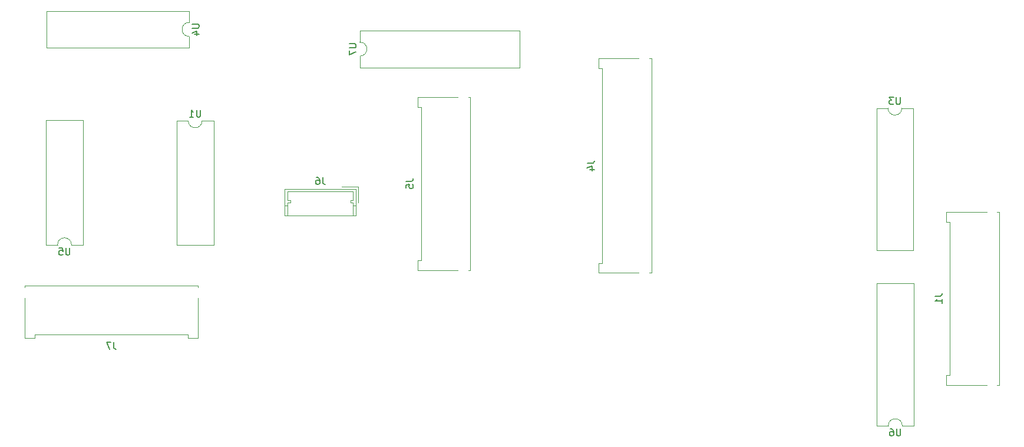
<source format=gbr>
%TF.GenerationSoftware,KiCad,Pcbnew,(6.0.9)*%
%TF.CreationDate,2022-12-05T20:20:54+01:00*%
%TF.ProjectId,projekt,70726f6a-656b-4742-9e6b-696361645f70,rev?*%
%TF.SameCoordinates,Original*%
%TF.FileFunction,Legend,Bot*%
%TF.FilePolarity,Positive*%
%FSLAX46Y46*%
G04 Gerber Fmt 4.6, Leading zero omitted, Abs format (unit mm)*
G04 Created by KiCad (PCBNEW (6.0.9)) date 2022-12-05 20:20:54*
%MOMM*%
%LPD*%
G01*
G04 APERTURE LIST*
%ADD10C,0.150000*%
%ADD11C,0.120000*%
G04 APERTURE END LIST*
D10*
%TO.C,U7*%
X71417380Y-43027695D02*
X72226904Y-43027695D01*
X72322142Y-43075314D01*
X72369761Y-43122933D01*
X72417380Y-43218171D01*
X72417380Y-43408647D01*
X72369761Y-43503885D01*
X72322142Y-43551504D01*
X72226904Y-43599123D01*
X71417380Y-43599123D01*
X71417380Y-43980076D02*
X71417380Y-44646742D01*
X72417380Y-44218171D01*
%TO.C,U1*%
X50053304Y-52540180D02*
X50053304Y-53349704D01*
X50005685Y-53444942D01*
X49958066Y-53492561D01*
X49862828Y-53540180D01*
X49672352Y-53540180D01*
X49577114Y-53492561D01*
X49529495Y-53444942D01*
X49481876Y-53349704D01*
X49481876Y-52540180D01*
X48481876Y-53540180D02*
X49053304Y-53540180D01*
X48767590Y-53540180D02*
X48767590Y-52540180D01*
X48862828Y-52683038D01*
X48958066Y-52778276D01*
X49053304Y-52825895D01*
%TO.C,U6*%
X150657304Y-98388980D02*
X150657304Y-99198504D01*
X150609685Y-99293742D01*
X150562066Y-99341361D01*
X150466828Y-99388980D01*
X150276352Y-99388980D01*
X150181114Y-99341361D01*
X150133495Y-99293742D01*
X150085876Y-99198504D01*
X150085876Y-98388980D01*
X149181114Y-98388980D02*
X149371590Y-98388980D01*
X149466828Y-98436600D01*
X149514447Y-98484219D01*
X149609685Y-98627076D01*
X149657304Y-98817552D01*
X149657304Y-99198504D01*
X149609685Y-99293742D01*
X149562066Y-99341361D01*
X149466828Y-99388980D01*
X149276352Y-99388980D01*
X149181114Y-99341361D01*
X149133495Y-99293742D01*
X149085876Y-99198504D01*
X149085876Y-98960409D01*
X149133495Y-98865171D01*
X149181114Y-98817552D01*
X149276352Y-98769933D01*
X149466828Y-98769933D01*
X149562066Y-98817552D01*
X149609685Y-98865171D01*
X149657304Y-98960409D01*
%TO.C,J6*%
X67615133Y-62233580D02*
X67615133Y-62947866D01*
X67662752Y-63090723D01*
X67757990Y-63185961D01*
X67900847Y-63233580D01*
X67996085Y-63233580D01*
X66710371Y-62233580D02*
X66900847Y-62233580D01*
X66996085Y-62281200D01*
X67043704Y-62328819D01*
X67138942Y-62471676D01*
X67186561Y-62662152D01*
X67186561Y-63043104D01*
X67138942Y-63138342D01*
X67091323Y-63185961D01*
X66996085Y-63233580D01*
X66805609Y-63233580D01*
X66710371Y-63185961D01*
X66662752Y-63138342D01*
X66615133Y-63043104D01*
X66615133Y-62805009D01*
X66662752Y-62709771D01*
X66710371Y-62662152D01*
X66805609Y-62614533D01*
X66996085Y-62614533D01*
X67091323Y-62662152D01*
X67138942Y-62709771D01*
X67186561Y-62805009D01*
%TO.C,J4*%
X105662380Y-60200666D02*
X106376666Y-60200666D01*
X106519523Y-60153047D01*
X106614761Y-60057809D01*
X106662380Y-59914952D01*
X106662380Y-59819714D01*
X105995714Y-61105428D02*
X106662380Y-61105428D01*
X105614761Y-60867333D02*
X106329047Y-60629238D01*
X106329047Y-61248285D01*
%TO.C,J5*%
X79622380Y-62800666D02*
X80336666Y-62800666D01*
X80479523Y-62753047D01*
X80574761Y-62657809D01*
X80622380Y-62514952D01*
X80622380Y-62419714D01*
X79622380Y-63753047D02*
X79622380Y-63276857D01*
X80098571Y-63229238D01*
X80050952Y-63276857D01*
X80003333Y-63372095D01*
X80003333Y-63610190D01*
X80050952Y-63705428D01*
X80098571Y-63753047D01*
X80193809Y-63800666D01*
X80431904Y-63800666D01*
X80527142Y-63753047D01*
X80574761Y-63705428D01*
X80622380Y-63610190D01*
X80622380Y-63372095D01*
X80574761Y-63276857D01*
X80527142Y-63229238D01*
%TO.C,U3*%
X150611904Y-50731380D02*
X150611904Y-51540904D01*
X150564285Y-51636142D01*
X150516666Y-51683761D01*
X150421428Y-51731380D01*
X150230952Y-51731380D01*
X150135714Y-51683761D01*
X150088095Y-51636142D01*
X150040476Y-51540904D01*
X150040476Y-50731380D01*
X149659523Y-50731380D02*
X149040476Y-50731380D01*
X149373809Y-51112333D01*
X149230952Y-51112333D01*
X149135714Y-51159952D01*
X149088095Y-51207571D01*
X149040476Y-51302809D01*
X149040476Y-51540904D01*
X149088095Y-51636142D01*
X149135714Y-51683761D01*
X149230952Y-51731380D01*
X149516666Y-51731380D01*
X149611904Y-51683761D01*
X149659523Y-51636142D01*
%TO.C,J7*%
X37578133Y-85900980D02*
X37578133Y-86615266D01*
X37625752Y-86758123D01*
X37720990Y-86853361D01*
X37863847Y-86900980D01*
X37959085Y-86900980D01*
X37197180Y-85900980D02*
X36530514Y-85900980D01*
X36959085Y-86900980D01*
%TO.C,U4*%
X48858980Y-40198295D02*
X49668504Y-40198295D01*
X49763742Y-40245914D01*
X49811361Y-40293533D01*
X49858980Y-40388771D01*
X49858980Y-40579247D01*
X49811361Y-40674485D01*
X49763742Y-40722104D01*
X49668504Y-40769723D01*
X48858980Y-40769723D01*
X49192314Y-41674485D02*
X49858980Y-41674485D01*
X48811361Y-41436390D02*
X49525647Y-41198295D01*
X49525647Y-41817342D01*
%TO.C,J1*%
X155622380Y-79312666D02*
X156336666Y-79312666D01*
X156479523Y-79265047D01*
X156574761Y-79169809D01*
X156622380Y-79026952D01*
X156622380Y-78931714D01*
X156622380Y-80312666D02*
X156622380Y-79741238D01*
X156622380Y-80026952D02*
X155622380Y-80026952D01*
X155765238Y-79931714D01*
X155860476Y-79836476D01*
X155908095Y-79741238D01*
%TO.C,U5*%
X31277304Y-72373980D02*
X31277304Y-73183504D01*
X31229685Y-73278742D01*
X31182066Y-73326361D01*
X31086828Y-73373980D01*
X30896352Y-73373980D01*
X30801114Y-73326361D01*
X30753495Y-73278742D01*
X30705876Y-73183504D01*
X30705876Y-72373980D01*
X29753495Y-72373980D02*
X30229685Y-72373980D01*
X30277304Y-72850171D01*
X30229685Y-72802552D01*
X30134447Y-72754933D01*
X29896352Y-72754933D01*
X29801114Y-72802552D01*
X29753495Y-72850171D01*
X29705876Y-72945409D01*
X29705876Y-73183504D01*
X29753495Y-73278742D01*
X29801114Y-73326361D01*
X29896352Y-73373980D01*
X30134447Y-73373980D01*
X30229685Y-73326361D01*
X30277304Y-73278742D01*
D11*
%TO.C,U7*%
X72965000Y-46439600D02*
X72965000Y-44789600D01*
X95945000Y-41139600D02*
X95945000Y-46439600D01*
X72965000Y-42789600D02*
X72965000Y-41139600D01*
X95945000Y-46439600D02*
X72965000Y-46439600D01*
X72965000Y-41139600D02*
X95945000Y-41139600D01*
X72965000Y-44789600D02*
G75*
G03*
X72965000Y-42789600I0J1000000D01*
G01*
%TO.C,U1*%
X46641400Y-54087800D02*
X48291400Y-54087800D01*
X46641400Y-71987800D02*
X46641400Y-54087800D01*
X51941400Y-71987800D02*
X46641400Y-71987800D01*
X51941400Y-54087800D02*
X51941400Y-71987800D01*
X50291400Y-54087800D02*
X51941400Y-54087800D01*
X48291400Y-54087800D02*
G75*
G03*
X50291400Y-54087800I1000000J0D01*
G01*
%TO.C,U6*%
X147245400Y-77496600D02*
X152545400Y-77496600D01*
X152545400Y-77496600D02*
X152545400Y-97936600D01*
X152545400Y-97936600D02*
X150895400Y-97936600D01*
X148895400Y-97936600D02*
X147245400Y-97936600D01*
X147245400Y-97936600D02*
X147245400Y-77496600D01*
X150895400Y-97936600D02*
G75*
G03*
X148895400Y-97936600I-1000000J0D01*
G01*
%TO.C,J6*%
X72391800Y-66281200D02*
X71991800Y-66281200D01*
X62971800Y-65481200D02*
X62971800Y-65881200D01*
X62171800Y-63871200D02*
X72391800Y-63871200D01*
X62571800Y-64271200D02*
X62571800Y-65481200D01*
X71591800Y-65881200D02*
X71991800Y-65881200D01*
X67281800Y-64271200D02*
X71991800Y-64271200D01*
X72691800Y-63571200D02*
X72691800Y-65871200D01*
X71991800Y-64271200D02*
X71991800Y-65481200D01*
X62171800Y-66281200D02*
X62571800Y-66281200D01*
X62171800Y-67741200D02*
X62171800Y-63871200D01*
X70391800Y-63571200D02*
X72691800Y-63571200D01*
X62971800Y-65881200D02*
X62571800Y-65881200D01*
X62571800Y-65881200D02*
X62571800Y-67741200D01*
X72391800Y-67741200D02*
X62171800Y-67741200D01*
X71591800Y-65481200D02*
X71591800Y-65881200D01*
X72391800Y-63871200D02*
X72391800Y-67741200D01*
X71991800Y-65881200D02*
X71991800Y-67741200D01*
X62571800Y-65481200D02*
X62971800Y-65481200D01*
X67281800Y-64271200D02*
X62571800Y-64271200D01*
X71991800Y-65481200D02*
X71591800Y-65481200D01*
%TO.C,J4*%
X114890000Y-45099000D02*
X114890000Y-75969000D01*
X107300000Y-46519000D02*
X107800000Y-46519000D01*
X107800000Y-46519000D02*
X107800000Y-74549000D01*
X114580000Y-45099000D02*
X114890000Y-45099000D01*
X107300000Y-74549000D02*
X107300000Y-75969000D01*
X107300000Y-45099000D02*
X107300000Y-46519000D01*
X114890000Y-75969000D02*
X114580000Y-75969000D01*
X107300000Y-75969000D02*
X113060000Y-75969000D01*
X107800000Y-74549000D02*
X107300000Y-74549000D01*
X113060000Y-45099000D02*
X107300000Y-45099000D01*
%TO.C,J5*%
X81260000Y-50699000D02*
X81260000Y-52119000D01*
X81260000Y-75569000D02*
X87020000Y-75569000D01*
X81260000Y-52119000D02*
X81760000Y-52119000D01*
X81760000Y-74149000D02*
X81260000Y-74149000D01*
X81760000Y-52119000D02*
X81760000Y-74149000D01*
X88850000Y-50699000D02*
X88850000Y-75569000D01*
X81260000Y-74149000D02*
X81260000Y-75569000D01*
X88540000Y-50699000D02*
X88850000Y-50699000D01*
X88850000Y-75569000D02*
X88540000Y-75569000D01*
X87020000Y-50699000D02*
X81260000Y-50699000D01*
%TO.C,U3*%
X150850000Y-52279000D02*
X152500000Y-52279000D01*
X152500000Y-52279000D02*
X152500000Y-72719000D01*
X147200000Y-72719000D02*
X147200000Y-52279000D01*
X152500000Y-72719000D02*
X147200000Y-72719000D01*
X147200000Y-52279000D02*
X148850000Y-52279000D01*
X148850000Y-52279000D02*
G75*
G03*
X150850000Y-52279000I1000000J0D01*
G01*
%TO.C,J7*%
X24809800Y-78078600D02*
X24809800Y-77768600D01*
X24809800Y-85358600D02*
X26229800Y-85358600D01*
X26229800Y-84858600D02*
X48259800Y-84858600D01*
X48259800Y-85358600D02*
X49679800Y-85358600D01*
X49679800Y-85358600D02*
X49679800Y-79598600D01*
X24809800Y-77768600D02*
X49679800Y-77768600D01*
X26229800Y-85358600D02*
X26229800Y-84858600D01*
X24809800Y-79598600D02*
X24809800Y-85358600D01*
X48259800Y-84858600D02*
X48259800Y-85358600D01*
X49679800Y-77768600D02*
X49679800Y-78078600D01*
%TO.C,U4*%
X48406600Y-41960200D02*
X48406600Y-43610200D01*
X27966600Y-38310200D02*
X48406600Y-38310200D01*
X27966600Y-43610200D02*
X27966600Y-38310200D01*
X48406600Y-43610200D02*
X27966600Y-43610200D01*
X48406600Y-38310200D02*
X48406600Y-39960200D01*
X48406600Y-39960200D02*
G75*
G03*
X48406600Y-41960200I0J-1000000D01*
G01*
%TO.C,J1*%
X164540000Y-67211000D02*
X164850000Y-67211000D01*
X157760000Y-90661000D02*
X157260000Y-90661000D01*
X157260000Y-92081000D02*
X163020000Y-92081000D01*
X164850000Y-67211000D02*
X164850000Y-92081000D01*
X164850000Y-92081000D02*
X164540000Y-92081000D01*
X163020000Y-67211000D02*
X157260000Y-67211000D01*
X157760000Y-68631000D02*
X157760000Y-90661000D01*
X157260000Y-67211000D02*
X157260000Y-68631000D01*
X157260000Y-90661000D02*
X157260000Y-92081000D01*
X157260000Y-68631000D02*
X157760000Y-68631000D01*
%TO.C,U5*%
X27865400Y-54021600D02*
X33165400Y-54021600D01*
X29515400Y-71921600D02*
X27865400Y-71921600D01*
X27865400Y-71921600D02*
X27865400Y-54021600D01*
X33165400Y-54021600D02*
X33165400Y-71921600D01*
X33165400Y-71921600D02*
X31515400Y-71921600D01*
X31515400Y-71921600D02*
G75*
G03*
X29515400Y-71921600I-1000000J0D01*
G01*
%TD*%
M02*

</source>
